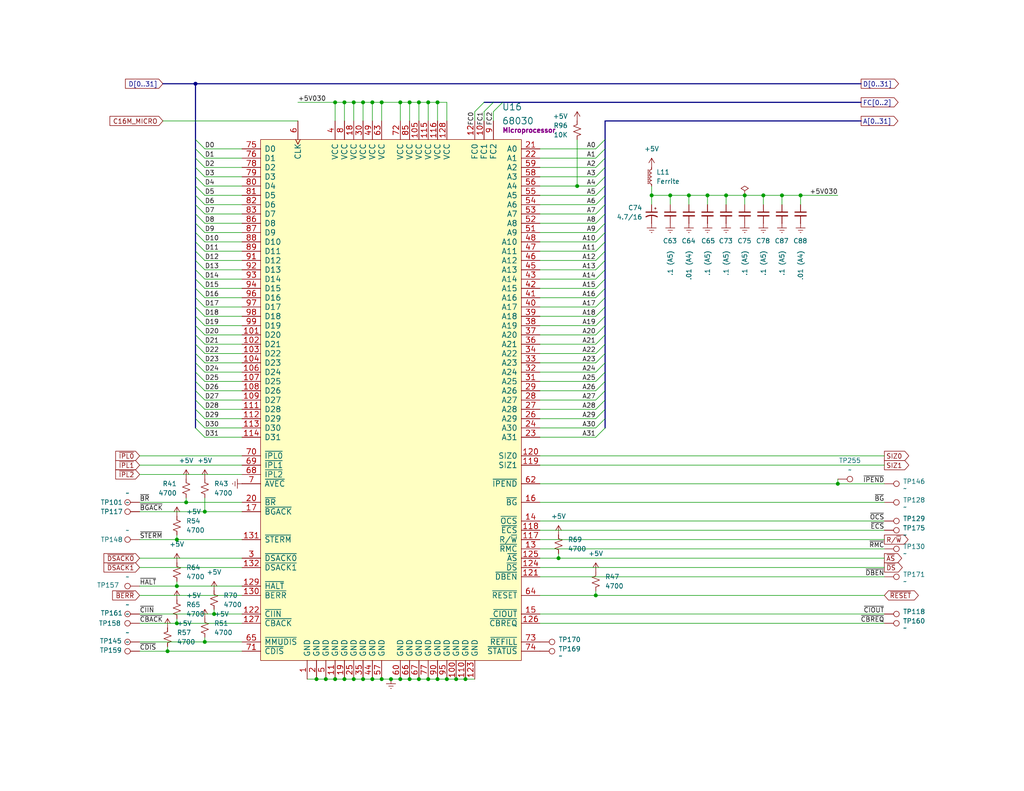
<source format=kicad_sch>
(kicad_sch (version 20250114) (generator "eeschema") (generator_version "9.0")
  (paper "USLetter")
  (title_block (title "Macintosh Classic II Revision B") (date "2025-06-04") (company "Apple Computer") (comment 1 "drawn by Bradley Bell"))
  (junction (at 48.26 147.32))
  (junction (at 93.98 27.94))
  (junction (at 88.9 185.42))
  (junction (at 111.76 185.42))
  (junction (at 86.36 185.42))
  (junction (at 48.26 160.02))
  (junction (at 104.14 27.94))
  (junction (at 228.6 132.08))
  (junction (at 96.52 27.94))
  (junction (at 119.38 27.94))
  (junction (at 55.88 175.26))
  (junction (at 99.06 185.42))
  (junction (at 208.28 53.34))
  (junction (at 111.76 27.94))
  (junction (at 124.46 185.42))
  (junction (at 121.92 185.42))
  (junction (at 182.88 53.34))
  (junction (at 114.3 185.42))
  (junction (at 45.72 177.8))
  (junction (at 162.56 162.56))
  (junction (at 157.48 50.8))
  (junction (at 91.44 27.94))
  (junction (at 101.6 185.42))
  (junction (at 58.42 167.64))
  (junction (at 193.04 53.34))
  (junction (at 96.52 185.42))
  (junction (at 109.22 185.42))
  (junction (at 106.68 185.42))
  (junction (at 104.14 185.42))
  (junction (at 101.6 27.94))
  (junction (at 99.06 27.94))
  (junction (at 213.36 53.34))
  (junction (at 152.4 152.4))
  (junction (at 218.44 53.34))
  (junction (at 55.88 139.7))
  (junction (at 93.98 185.42))
  (junction (at 119.38 185.42))
  (junction (at 48.26 170.18))
  (junction (at 53.34 22.86))
  (junction (at 109.22 27.94))
  (junction (at 203.2 53.34))
  (junction (at 91.44 185.42))
  (junction (at 114.3 27.94))
  (junction (at 50.8 137.16))
  (junction (at 127 185.42))
  (junction (at 198.12 53.34))
  (junction (at 187.96 53.34))
  (junction (at 116.84 27.94))
  (junction (at 116.84 185.42))
  (junction (at 177.8 53.34))
  (bus_entry (at 53.34 78.74) (size 2.54 2.54))
  (bus_entry (at 162.56 86.36) (size 2.54 -2.54))
  (bus_entry (at 53.34 116.84) (size 2.54 2.54))
  (bus_entry (at 53.34 63.5) (size 2.54 2.54))
  (bus_entry (at 53.34 109.22) (size 2.54 2.54))
  (bus_entry (at 162.56 71.12) (size 2.54 -2.54))
  (bus_entry (at 162.56 88.9) (size 2.54 -2.54))
  (bus_entry (at 162.56 91.44) (size 2.54 -2.54))
  (bus_entry (at 162.56 106.68) (size 2.54 -2.54))
  (bus_entry (at 53.34 91.44) (size 2.54 2.54))
  (bus_entry (at 162.56 99.06) (size 2.54 -2.54))
  (bus_entry (at 53.34 76.2) (size 2.54 2.54))
  (bus_entry (at 53.34 96.52) (size 2.54 2.54))
  (bus_entry (at 53.34 40.64) (size 2.54 2.54))
  (bus_entry (at 162.56 104.14) (size 2.54 -2.54))
  (bus_entry (at 53.34 111.76) (size 2.54 2.54))
  (bus_entry (at 53.34 101.6) (size 2.54 2.54))
  (bus_entry (at 162.56 101.6) (size 2.54 -2.54))
  (bus_entry (at 134.62 30.48) (size 2.54 -2.54))
  (bus_entry (at 162.56 63.5) (size 2.54 -2.54))
  (bus_entry (at 162.56 43.18) (size 2.54 -2.54))
  (bus_entry (at 162.56 40.64) (size 2.54 -2.54))
  (bus_entry (at 162.56 83.82) (size 2.54 -2.54))
  (bus_entry (at 53.34 53.34) (size 2.54 2.54))
  (bus_entry (at 162.56 76.2) (size 2.54 -2.54))
  (bus_entry (at 162.56 66.04) (size 2.54 -2.54))
  (bus_entry (at 162.56 93.98) (size 2.54 -2.54))
  (bus_entry (at 162.56 58.42) (size 2.54 -2.54))
  (bus_entry (at 53.34 81.28) (size 2.54 2.54))
  (bus_entry (at 162.56 55.88) (size 2.54 -2.54))
  (bus_entry (at 53.34 66.04) (size 2.54 2.54))
  (bus_entry (at 162.56 119.38) (size 2.54 -2.54))
  (bus_entry (at 53.34 43.18) (size 2.54 2.54))
  (bus_entry (at 53.34 60.96) (size 2.54 2.54))
  (bus_entry (at 53.34 48.26) (size 2.54 2.54))
  (bus_entry (at 53.34 58.42) (size 2.54 2.54))
  (bus_entry (at 53.34 88.9) (size 2.54 2.54))
  (bus_entry (at 53.34 86.36) (size 2.54 2.54))
  (bus_entry (at 162.56 111.76) (size 2.54 -2.54))
  (bus_entry (at 53.34 104.14) (size 2.54 2.54))
  (bus_entry (at 162.56 68.58) (size 2.54 -2.54))
  (bus_entry (at 53.34 93.98) (size 2.54 2.54))
  (bus_entry (at 162.56 45.72) (size 2.54 -2.54))
  (bus_entry (at 53.34 73.66) (size 2.54 2.54))
  (bus_entry (at 53.34 106.68) (size 2.54 2.54))
  (bus_entry (at 162.56 81.28) (size 2.54 -2.54))
  (bus_entry (at 53.34 68.58) (size 2.54 2.54))
  (bus_entry (at 132.08 30.48) (size 2.54 -2.54))
  (bus_entry (at 162.56 60.96) (size 2.54 -2.54))
  (bus_entry (at 53.34 45.72) (size 2.54 2.54))
  (bus_entry (at 162.56 96.52) (size 2.54 -2.54))
  (bus_entry (at 162.56 116.84) (size 2.54 -2.54))
  (bus_entry (at 53.34 99.06) (size 2.54 2.54))
  (bus_entry (at 162.56 114.3) (size 2.54 -2.54))
  (bus_entry (at 53.34 50.8) (size 2.54 2.54))
  (bus_entry (at 53.34 71.12) (size 2.54 2.54))
  (bus_entry (at 129.54 30.48) (size 2.54 -2.54))
  (bus_entry (at 162.56 48.26) (size 2.54 -2.54))
  (bus_entry (at 162.56 53.34) (size 2.54 -2.54))
  (bus_entry (at 53.34 38.1) (size 2.54 2.54))
  (bus_entry (at 53.34 83.82) (size 2.54 2.54))
  (bus_entry (at 53.34 114.3) (size 2.54 2.54))
  (bus_entry (at 162.56 50.8) (size 2.54 -2.54))
  (bus_entry (at 53.34 55.88) (size 2.54 2.54))
  (bus_entry (at 162.56 78.74) (size 2.54 -2.54))
  (bus_entry (at 162.56 109.22) (size 2.54 -2.54))
  (bus_entry (at 162.56 73.66) (size 2.54 -2.54))
  (wire (pts (xy 147.32 93.98) (xy 162.56 93.98)))
  (wire (pts (xy 241.3 167.64) (xy 147.32 167.64)))
  (bus (pts (xy 53.34 116.84) (xy 53.34 114.3)))
  (wire (pts (xy 48.26 168.91) (xy 48.26 170.18)))
  (wire (pts (xy 147.32 154.94) (xy 241.3 154.94)))
  (wire (pts (xy 162.56 161.29) (xy 162.56 162.56)))
  (wire (pts (xy 119.38 27.94) (xy 121.92 27.94)))
  (wire (pts (xy 147.32 71.12) (xy 162.56 71.12)))
  (wire (pts (xy 177.8 50.8) (xy 177.8 53.34)))
  (bus (pts (xy 53.34 88.9) (xy 53.34 86.36)))
  (bus (pts (xy 165.1 76.2) (xy 165.1 73.66)))
  (wire (pts (xy 203.2 53.34) (xy 208.28 53.34)))
  (bus (pts (xy 165.1 91.44) (xy 165.1 88.9)))
  (wire (pts (xy 111.76 185.42) (xy 114.3 185.42)))
  (bus (pts (xy 53.34 93.98) (xy 53.34 96.52)))
  (wire (pts (xy 109.22 185.42) (xy 111.76 185.42)))
  (wire (pts (xy 45.72 177.8) (xy 66.04 177.8)))
  (bus (pts (xy 53.34 96.52) (xy 53.34 99.06)))
  (wire (pts (xy 48.26 170.18) (xy 66.04 170.18)))
  (wire (pts (xy 38.1 160.02) (xy 48.26 160.02)))
  (wire (pts (xy 55.88 78.74) (xy 66.04 78.74)))
  (wire (pts (xy 38.1 147.32) (xy 48.26 147.32)))
  (wire (pts (xy 55.88 101.6) (xy 66.04 101.6)))
  (wire (pts (xy 157.48 38.1) (xy 157.48 50.8)))
  (wire (pts (xy 55.88 53.34) (xy 66.04 53.34)))
  (wire (pts (xy 162.56 162.56) (xy 241.3 162.56)))
  (wire (pts (xy 99.06 27.94) (xy 99.06 33.02)))
  (bus (pts (xy 165.1 109.22) (xy 165.1 106.68)))
  (bus (pts (xy 53.34 83.82) (xy 53.34 81.28)))
  (wire (pts (xy 55.88 175.26) (xy 66.04 175.26)))
  (wire (pts (xy 55.88 104.14) (xy 66.04 104.14)))
  (wire (pts (xy 198.12 55.88) (xy 198.12 53.34)))
  (wire (pts (xy 119.38 185.42) (xy 121.92 185.42)))
  (wire (pts (xy 241.3 149.86) (xy 147.32 149.86)))
  (wire (pts (xy 38.1 170.18) (xy 48.26 170.18)))
  (wire (pts (xy 241.3 144.78) (xy 147.32 144.78)))
  (bus (pts (xy 53.34 50.8) (xy 53.34 48.26)))
  (wire (pts (xy 55.88 40.64) (xy 66.04 40.64)))
  (wire (pts (xy 121.92 27.94) (xy 121.92 33.02)))
  (wire (pts (xy 129.54 33.02) (xy 129.54 30.48)))
  (wire (pts (xy 241.3 142.24) (xy 147.32 142.24)))
  (wire (pts (xy 55.88 114.3) (xy 66.04 114.3)))
  (bus (pts (xy 53.34 109.22) (xy 53.34 106.68)))
  (wire (pts (xy 127 185.42) (xy 129.54 185.42)))
  (wire (pts (xy 38.1 152.4) (xy 66.04 152.4)))
  (wire (pts (xy 104.14 185.42) (xy 106.68 185.42)))
  (wire (pts (xy 55.88 175.26) (xy 55.88 173.99)))
  (wire (pts (xy 147.32 114.3) (xy 162.56 114.3)))
  (wire (pts (xy 147.32 111.76) (xy 162.56 111.76)))
  (wire (pts (xy 147.32 78.74) (xy 162.56 78.74)))
  (bus (pts (xy 137.16 27.94) (xy 134.62 27.94)))
  (wire (pts (xy 58.42 167.64) (xy 66.04 167.64)))
  (wire (pts (xy 106.68 185.42) (xy 109.22 185.42)))
  (wire (pts (xy 177.8 53.34) (xy 182.88 53.34)))
  (wire (pts (xy 187.96 53.34) (xy 193.04 53.34)))
  (wire (pts (xy 55.88 116.84) (xy 66.04 116.84)))
  (bus (pts (xy 53.34 60.96) (xy 53.34 58.42)))
  (wire (pts (xy 96.52 185.42) (xy 99.06 185.42)))
  (bus (pts (xy 53.34 71.12) (xy 53.34 68.58)))
  (wire (pts (xy 38.1 139.7) (xy 55.88 139.7)))
  (wire (pts (xy 152.4 151.13) (xy 152.4 152.4)))
  (bus (pts (xy 165.1 60.96) (xy 165.1 58.42)))
  (bus (pts (xy 53.34 73.66) (xy 53.34 71.12)))
  (bus (pts (xy 53.34 55.88) (xy 53.34 53.34)))
  (wire (pts (xy 91.44 185.42) (xy 93.98 185.42)))
  (bus (pts (xy 165.1 116.84) (xy 165.1 114.3)))
  (bus (pts (xy 165.1 55.88) (xy 165.1 53.34)))
  (bus (pts (xy 165.1 99.06) (xy 165.1 96.52)))
  (wire (pts (xy 147.32 55.88) (xy 162.56 55.88)))
  (wire (pts (xy 147.32 63.5) (xy 162.56 63.5)))
  (bus (pts (xy 165.1 83.82) (xy 165.1 81.28)))
  (wire (pts (xy 55.88 139.7) (xy 66.04 139.7)))
  (wire (pts (xy 38.1 124.46) (xy 66.04 124.46)))
  (bus (pts (xy 165.1 33.02) (xy 165.1 38.1)))
  (wire (pts (xy 99.06 27.94) (xy 101.6 27.94)))
  (bus (pts (xy 165.1 71.12) (xy 165.1 68.58)))
  (bus (pts (xy 53.34 81.28) (xy 53.34 78.74)))
  (wire (pts (xy 55.88 55.88) (xy 66.04 55.88)))
  (wire (pts (xy 182.88 53.34) (xy 187.96 53.34)))
  (bus (pts (xy 53.34 76.2) (xy 53.34 73.66)))
  (wire (pts (xy 147.32 152.4) (xy 152.4 152.4)))
  (bus (pts (xy 165.1 78.74) (xy 165.1 76.2)))
  (bus (pts (xy 53.34 43.18) (xy 53.34 40.64)))
  (bus (pts (xy 165.1 68.58) (xy 165.1 66.04)))
  (wire (pts (xy 48.26 160.02) (xy 66.04 160.02)))
  (bus (pts (xy 53.34 48.26) (xy 53.34 45.72)))
  (wire (pts (xy 213.36 55.88) (xy 213.36 53.34)))
  (bus (pts (xy 165.1 48.26) (xy 165.1 45.72)))
  (wire (pts (xy 147.32 99.06) (xy 162.56 99.06)))
  (wire (pts (xy 198.12 53.34) (xy 203.2 53.34)))
  (bus (pts (xy 53.34 104.14) (xy 53.34 101.6)))
  (bus (pts (xy 53.34 22.86) (xy 53.34 38.1)))
  (bus (pts (xy 53.34 22.86) (xy 44.45 22.86)))
  (wire (pts (xy 147.32 76.2) (xy 162.56 76.2)))
  (wire (pts (xy 208.28 53.34) (xy 213.36 53.34)))
  (wire (pts (xy 55.88 68.58) (xy 66.04 68.58)))
  (wire (pts (xy 157.48 50.8) (xy 162.56 50.8)))
  (wire (pts (xy 193.04 53.34) (xy 198.12 53.34)))
  (wire (pts (xy 109.22 27.94) (xy 111.76 27.94)))
  (wire (pts (xy 93.98 27.94) (xy 96.52 27.94)))
  (wire (pts (xy 147.32 132.08) (xy 228.6 132.08)))
  (wire (pts (xy 38.1 127) (xy 66.04 127)))
  (wire (pts (xy 55.88 58.42) (xy 66.04 58.42)))
  (wire (pts (xy 147.32 86.36) (xy 162.56 86.36)))
  (bus (pts (xy 165.1 50.8) (xy 165.1 48.26)))
  (wire (pts (xy 147.32 45.72) (xy 162.56 45.72)))
  (wire (pts (xy 55.88 106.68) (xy 66.04 106.68)))
  (wire (pts (xy 147.32 106.68) (xy 162.56 106.68)))
  (wire (pts (xy 124.46 185.42) (xy 127 185.42)))
  (wire (pts (xy 114.3 185.42) (xy 116.84 185.42)))
  (wire (pts (xy 38.1 175.26) (xy 55.88 175.26)))
  (wire (pts (xy 55.88 66.04) (xy 66.04 66.04)))
  (wire (pts (xy 48.26 146.05) (xy 48.26 147.32)))
  (bus (pts (xy 53.34 40.64) (xy 53.34 38.1)))
  (wire (pts (xy 147.32 50.8) (xy 157.48 50.8)))
  (wire (pts (xy 99.06 185.42) (xy 101.6 185.42)))
  (wire (pts (xy 147.32 88.9) (xy 162.56 88.9)))
  (wire (pts (xy 208.28 55.88) (xy 208.28 53.34)))
  (wire (pts (xy 83.82 185.42) (xy 86.36 185.42)))
  (wire (pts (xy 177.8 55.88) (xy 177.8 53.34)))
  (bus (pts (xy 53.34 78.74) (xy 53.34 76.2)))
  (wire (pts (xy 241.3 127) (xy 147.32 127)))
  (bus (pts (xy 165.1 63.5) (xy 165.1 60.96)))
  (wire (pts (xy 193.04 55.88) (xy 193.04 53.34)))
  (wire (pts (xy 55.88 43.18) (xy 66.04 43.18)))
  (wire (pts (xy 147.32 101.6) (xy 162.56 101.6)))
  (bus (pts (xy 165.1 106.68) (xy 165.1 104.14)))
  (wire (pts (xy 91.44 27.94) (xy 91.44 33.02)))
  (wire (pts (xy 147.32 73.66) (xy 162.56 73.66)))
  (wire (pts (xy 119.38 27.94) (xy 119.38 33.02)))
  (wire (pts (xy 96.52 27.94) (xy 96.52 33.02)))
  (bus (pts (xy 165.1 96.52) (xy 165.1 93.98)))
  (wire (pts (xy 48.26 158.75) (xy 48.26 160.02)))
  (bus (pts (xy 234.95 33.02) (xy 165.1 33.02)))
  (wire (pts (xy 228.6 132.08) (xy 241.3 132.08)))
  (wire (pts (xy 114.3 27.94) (xy 116.84 27.94)))
  (wire (pts (xy 116.84 27.94) (xy 119.38 27.94)))
  (wire (pts (xy 147.32 53.34) (xy 162.56 53.34)))
  (wire (pts (xy 55.88 71.12) (xy 66.04 71.12)))
  (bus (pts (xy 132.08 27.94) (xy 134.62 27.94)))
  (bus (pts (xy 165.1 114.3) (xy 165.1 111.76)))
  (wire (pts (xy 93.98 27.94) (xy 93.98 33.02)))
  (bus (pts (xy 53.34 63.5) (xy 53.34 60.96)))
  (bus (pts (xy 165.1 73.66) (xy 165.1 71.12)))
  (wire (pts (xy 147.32 40.64) (xy 162.56 40.64)))
  (wire (pts (xy 187.96 55.88) (xy 187.96 53.34)))
  (bus (pts (xy 165.1 101.6) (xy 165.1 99.06)))
  (wire (pts (xy 147.32 109.22) (xy 162.56 109.22)))
  (wire (pts (xy 147.32 91.44) (xy 162.56 91.44)))
  (wire (pts (xy 101.6 27.94) (xy 101.6 33.02)))
  (wire (pts (xy 111.76 27.94) (xy 111.76 33.02)))
  (wire (pts (xy 147.32 43.18) (xy 162.56 43.18)))
  (bus (pts (xy 53.34 111.76) (xy 53.34 109.22)))
  (bus (pts (xy 165.1 40.64) (xy 165.1 38.1)))
  (wire (pts (xy 38.1 154.94) (xy 66.04 154.94)))
  (wire (pts (xy 121.92 185.42) (xy 124.46 185.42)))
  (wire (pts (xy 147.32 83.82) (xy 162.56 83.82)))
  (bus (pts (xy 53.34 91.44) (xy 53.34 88.9)))
  (wire (pts (xy 152.4 152.4) (xy 241.3 152.4)))
  (wire (pts (xy 88.9 185.42) (xy 91.44 185.42)))
  (wire (pts (xy 55.88 88.9) (xy 66.04 88.9)))
  (bus (pts (xy 53.34 93.98) (xy 53.34 91.44)))
  (wire (pts (xy 147.32 81.28) (xy 162.56 81.28)))
  (wire (pts (xy 147.32 162.56) (xy 162.56 162.56)))
  (wire (pts (xy 96.52 27.94) (xy 99.06 27.94)))
  (bus (pts (xy 234.95 27.94) (xy 137.16 27.94)))
  (bus (pts (xy 53.34 101.6) (xy 53.34 99.06)))
  (wire (pts (xy 55.88 60.96) (xy 66.04 60.96)))
  (wire (pts (xy 55.88 83.82) (xy 66.04 83.82)))
  (wire (pts (xy 55.88 45.72) (xy 66.04 45.72)))
  (wire (pts (xy 101.6 27.94) (xy 104.14 27.94)))
  (wire (pts (xy 147.32 58.42) (xy 162.56 58.42)))
  (wire (pts (xy 134.62 33.02) (xy 134.62 30.48)))
  (wire (pts (xy 93.98 185.42) (xy 96.52 185.42)))
  (bus (pts (xy 53.34 53.34) (xy 53.34 50.8)))
  (bus (pts (xy 53.34 86.36) (xy 53.34 83.82)))
  (wire (pts (xy 182.88 55.88) (xy 182.88 53.34)))
  (wire (pts (xy 38.1 167.64) (xy 58.42 167.64)))
  (wire (pts (xy 147.32 147.32) (xy 241.3 147.32)))
  (wire (pts (xy 132.08 33.02) (xy 132.08 30.48)))
  (wire (pts (xy 38.1 162.56) (xy 66.04 162.56)))
  (wire (pts (xy 55.88 73.66) (xy 66.04 73.66)))
  (wire (pts (xy 55.88 111.76) (xy 66.04 111.76)))
  (bus (pts (xy 53.34 114.3) (xy 53.34 111.76)))
  (bus (pts (xy 165.1 86.36) (xy 165.1 83.82)))
  (wire (pts (xy 58.42 166.37) (xy 58.42 167.64)))
  (bus (pts (xy 165.1 53.34) (xy 165.1 50.8)))
  (wire (pts (xy 38.1 177.8) (xy 45.72 177.8)))
  (bus (pts (xy 165.1 104.14) (xy 165.1 101.6)))
  (bus (pts (xy 53.34 22.86) (xy 234.95 22.86)))
  (bus (pts (xy 165.1 66.04) (xy 165.1 63.5)))
  (wire (pts (xy 147.32 96.52) (xy 162.56 96.52)))
  (wire (pts (xy 55.88 48.26) (xy 66.04 48.26)))
  (wire (pts (xy 203.2 55.88) (xy 203.2 53.34)))
  (wire (pts (xy 48.26 147.32) (xy 66.04 147.32)))
  (wire (pts (xy 147.32 116.84) (xy 162.56 116.84)))
  (wire (pts (xy 147.32 48.26) (xy 162.56 48.26)))
  (bus (pts (xy 165.1 111.76) (xy 165.1 109.22)))
  (bus (pts (xy 53.34 58.42) (xy 53.34 55.88)))
  (wire (pts (xy 45.72 176.53) (xy 45.72 177.8)))
  (wire (pts (xy 147.32 104.14) (xy 162.56 104.14)))
  (wire (pts (xy 101.6 185.42) (xy 104.14 185.42)))
  (wire (pts (xy 55.88 86.36) (xy 66.04 86.36)))
  (bus (pts (xy 53.34 68.58) (xy 53.34 66.04)))
  (wire (pts (xy 228.6 53.34) (xy 218.44 53.34)))
  (wire (pts (xy 50.8 135.89) (xy 50.8 137.16)))
  (wire (pts (xy 241.3 124.46) (xy 147.32 124.46)))
  (bus (pts (xy 165.1 93.98) (xy 165.1 91.44)))
  (wire (pts (xy 116.84 27.94) (xy 116.84 33.02)))
  (wire (pts (xy 55.88 76.2) (xy 66.04 76.2)))
  (wire (pts (xy 55.88 91.44) (xy 66.04 91.44)))
  (wire (pts (xy 55.88 81.28) (xy 66.04 81.28)))
  (wire (pts (xy 114.3 27.94) (xy 114.3 33.02)))
  (wire (pts (xy 44.45 33.02) (xy 81.28 33.02)))
  (wire (pts (xy 38.1 129.54) (xy 66.04 129.54)))
  (wire (pts (xy 91.44 27.94) (xy 93.98 27.94)))
  (wire (pts (xy 228.6 132.08) (xy 228.6 130.81)))
  (wire (pts (xy 147.32 66.04) (xy 162.56 66.04)))
  (bus (pts (xy 165.1 58.42) (xy 165.1 55.88)))
  (wire (pts (xy 111.76 27.94) (xy 114.3 27.94)))
  (bus (pts (xy 53.34 66.04) (xy 53.34 63.5)))
  (wire (pts (xy 147.32 68.58) (xy 162.56 68.58)))
  (wire (pts (xy 38.1 137.16) (xy 50.8 137.16)))
  (bus (pts (xy 53.34 106.68) (xy 53.34 104.14)))
  (wire (pts (xy 104.14 27.94) (xy 109.22 27.94)))
  (wire (pts (xy 147.32 137.16) (xy 241.3 137.16)))
  (wire (pts (xy 50.8 137.16) (xy 66.04 137.16)))
  (wire (pts (xy 147.32 157.48) (xy 241.3 157.48)))
  (wire (pts (xy 147.32 119.38) (xy 162.56 119.38)))
  (wire (pts (xy 55.88 119.38) (xy 66.04 119.38)))
  (wire (pts (xy 218.44 53.34) (xy 213.36 53.34)))
  (bus (pts (xy 165.1 88.9) (xy 165.1 86.36)))
  (bus (pts (xy 165.1 81.28) (xy 165.1 78.74)))
  (wire (pts (xy 218.44 55.88) (xy 218.44 53.34)))
  (bus (pts (xy 165.1 43.18) (xy 165.1 40.64)))
  (wire (pts (xy 55.88 135.89) (xy 55.88 139.7)))
  (wire (pts (xy 104.14 27.94) (xy 104.14 33.02)))
  (wire (pts (xy 55.88 96.52) (xy 66.04 96.52)))
  (bus (pts (xy 53.34 45.72) (xy 53.34 43.18)))
  (wire (pts (xy 147.32 60.96) (xy 162.56 60.96)))
  (wire (pts (xy 109.22 27.94) (xy 109.22 33.02)))
  (wire (pts (xy 55.88 109.22) (xy 66.04 109.22)))
  (wire (pts (xy 55.88 63.5) (xy 66.04 63.5)))
  (wire (pts (xy 55.88 93.98) (xy 66.04 93.98)))
  (wire (pts (xy 55.88 50.8) (xy 66.04 50.8)))
  (bus (pts (xy 165.1 45.72) (xy 165.1 43.18)))
  (wire (pts (xy 86.36 185.42) (xy 88.9 185.42)))
  (wire (pts (xy 81.28 27.94) (xy 91.44 27.94)))
  (wire (pts (xy 55.88 99.06) (xy 66.04 99.06)))
  (wire (pts (xy 147.32 170.18) (xy 241.3 170.18)))
  (wire (pts (xy 116.84 185.42) (xy 119.38 185.42)))
  (label "D1" (at 55.88 43.18 0))
  (label "A3" (at 162.56 48.26 180))
  (label "D7" (at 55.88 58.42 0))
  (label "A8" (at 162.56 60.96 180))
  (label "D13" (at 55.88 73.66 0))
  (label "D4" (at 55.88 50.8 0))
  (label "A9" (at 162.56 63.5 180))
  (label "D17" (at 55.88 83.82 0))
  (label "+5V030" (at 81.28 27.94 0))
  (label "A20" (at 162.56 91.44 180))
  (label "D28" (at 55.88 111.76 0))
  (label "A31" (at 162.56 119.38 180))
  (label "A12" (at 162.56 71.12 180))
  (label "D0" (at 55.88 40.64 0))
  (label "~{OCS}" (at 241.3 142.24 180))
  (label "A30" (at 162.56 116.84 180))
  (label "D22" (at 55.88 96.52 0))
  (label "~{DBEN}" (at 241.3 157.48 180))
  (label "A22" (at 162.56 96.52 180))
  (label "D15" (at 55.88 78.74 0))
  (label "~{CIOUT}" (at 241.3 167.64 180))
  (label "A1" (at 162.56 43.18 180))
  (label "A26" (at 162.56 106.68 180))
  (label "A28" (at 162.56 111.76 180))
  (label "D27" (at 55.88 109.22 0))
  (label "A27" (at 162.56 109.22 180))
  (label "A23" (at 162.56 99.06 180))
  (label "D20" (at 55.88 91.44 0))
  (label "A18" (at 162.56 86.36 180))
  (label "D24" (at 55.88 101.6 0))
  (label "+5V030" (at 228.6 53.34 180))
  (label "D19" (at 55.88 88.9 0))
  (label "A16" (at 162.56 81.28 180))
  (label "D21" (at 55.88 93.98 0))
  (label "A21" (at 162.56 93.98 180))
  (label "~{STERM}" (at 38.1 147.32 0))
  (label "D8" (at 55.88 60.96 0))
  (label "~{IPEND}" (at 241.3 132.08 180))
  (label "A25" (at 162.56 104.14 180))
  (label "A19" (at 162.56 88.9 180))
  (label "D12" (at 55.88 71.12 0))
  (label "D10" (at 55.88 66.04 0))
  (label "D23" (at 55.88 99.06 0))
  (label "A17" (at 162.56 83.82 180))
  (label "A14" (at 162.56 76.2 180))
  (label "A0" (at 162.56 40.64 180))
  (label "D31" (at 55.88 119.38 0))
  (label "A11" (at 162.56 68.58 180))
  (label "D30" (at 55.88 116.84 0))
  (label "A4" (at 162.56 50.8 180))
  (label "~{HALT}" (at 38.1 160.02 0))
  (label "A7" (at 162.56 58.42 180))
  (label "D18" (at 55.88 86.36 0))
  (label "FC0" (at 129.54 30.48 270))
  (label "D5" (at 55.88 53.34 0))
  (label "~{RMC}" (at 241.3 149.86 180))
  (label "~{ECS}" (at 241.3 144.78 180))
  (label "D16" (at 55.88 81.28 0))
  (label "~{CBACK}" (at 38.1 170.18 0))
  (label "~{BR}" (at 38.1 137.16 0))
  (label "A6" (at 162.56 55.88 180))
  (label "D11" (at 55.88 68.58 0))
  (label "A13" (at 162.56 73.66 180))
  (label "D6" (at 55.88 55.88 0))
  (label "D25" (at 55.88 104.14 0))
  (label "~{CIIN}" (at 38.1 167.64 0))
  (label "~{BG}" (at 241.3 137.16 180))
  (label "A24" (at 162.56 101.6 180))
  (label "D14" (at 55.88 76.2 0))
  (label "D9" (at 55.88 63.5 0))
  (label "FC2" (at 134.62 30.48 270))
  (label "A29" (at 162.56 114.3 180))
  (label "~{CBREQ}" (at 241.3 170.18 180))
  (label "A15" (at 162.56 78.74 180))
  (label "~{BGACK}" (at 38.1 139.7 0))
  (label "A10" (at 162.56 66.04 180))
  (label "D2" (at 55.88 45.72 0))
  (label "D26" (at 55.88 106.68 0))
  (label "FC1" (at 132.08 30.48 270))
  (label "~{CDIS}" (at 38.1 177.8 0))
  (label "A5" (at 162.56 53.34 180))
  (label "D29" (at 55.88 114.3 0))
  (label "A2" (at 162.56 45.72 180))
  (label "D3" (at 55.88 48.26 0))
  (global_label "C16M_MICRO" (shape input) (at 44.45 33.02 180) (property "Intersheetrefs" "${INTERSHEET_REFS}" (at 29.4301 33.02 0) (effects (justify right))))
  (global_label "D[0..31]" (shape output) (at 234.95 22.86 0) (property "Intersheetrefs" "${INTERSHEET_REFS}" (at 245.7367 22.86 0) (effects (justify left))))
  (global_label "A[0..31]" (shape output) (at 234.95 33.02 0) (property "Intersheetrefs" "${INTERSHEET_REFS}" (at 245.5553 33.02 0) (effects (justify left))))
  (global_label "FC[0..2]" (shape output) (at 234.95 27.94 0) (property "Intersheetrefs" "${INTERSHEET_REFS}" (at 245.6158 27.94 0) (effects (justify left))))
  (global_label "D[0..31]" (shape input) (at 44.45 22.86 180) (property "Intersheetrefs" "${INTERSHEET_REFS}" (at 33.6633 22.86 0) (effects (justify right))))
  (global_label "~{BERR}" (shape input) (at 38.1 162.56 180) (property "Intersheetrefs" "${INTERSHEET_REFS}" (at 30.1558 162.56 0) (effects (justify right))))
  (global_label "~{DS}" (shape output) (at 241.3 154.94 0) (property "Intersheetrefs" "${INTERSHEET_REFS}" (at 246.7647 154.94 0) (effects (justify left))))
  (global_label "~{IPL1}" (shape input) (at 38.1 127 180) (property "Intersheetrefs" "${INTERSHEET_REFS}" (at 31.0024 127 0) (effects (justify right))))
  (global_label "~{DSACK1}" (shape input) (at 38.1 154.94 180) (property "Intersheetrefs" "${INTERSHEET_REFS}" (at 27.7972 154.94 0) (effects (justify right))))
  (global_label "SIZ0" (shape output) (at 241.3 124.46 0) (property "Intersheetrefs" "${INTERSHEET_REFS}" (at 248.5185 124.46 0) (effects (justify left))))
  (global_label "~{DSACK0}" (shape input) (at 38.1 152.4 180) (property "Intersheetrefs" "${INTERSHEET_REFS}" (at 27.7972 152.4 0) (effects (justify right))))
  (global_label "~{AS}" (shape output) (at 241.3 152.4 0) (property "Intersheetrefs" "${INTERSHEET_REFS}" (at 246.5833 152.4 0) (effects (justify left))))
  (global_label "~{RESET}" (shape bidirectional) (at 241.3 162.56 0) (property "Intersheetrefs" "${INTERSHEET_REFS}" (at 251.1416 162.56 0) (effects (justify left))))
  (global_label "~{IPL0}" (shape input) (at 38.1 124.46 180) (property "Intersheetrefs" "${INTERSHEET_REFS}" (at 31.0024 124.46 0) (effects (justify right))))
  (global_label "~{IPL2}" (shape input) (at 38.1 129.54 180) (property "Intersheetrefs" "${INTERSHEET_REFS}" (at 31.0024 129.54 0) (effects (justify right))))
  (global_label "SIZ1" (shape output) (at 241.3 127 0) (property "Intersheetrefs" "${INTERSHEET_REFS}" (at 248.5185 127 0) (effects (justify left))))
  (global_label "R{slash}~{W}" (shape output) (at 241.3 147.32 0) (property "Intersheetrefs" "${INTERSHEET_REFS}" (at 248.3371 147.32 0) (effects (justify left))))
  (symbol (lib_id "power:+5V") (at 177.8 45.72 0) (unit 1)
    (property "Reference" "#PWR0240" (effects (hide yes)))
    (property "Value" "+5V" (at 177.8 40.64 0))
    (property "Description" "Power symbol creates a global label with name \"+5V\"" (effects (hide yes)))
  )
  (symbol (lib_id "power:+5V") (at 157.48 33.02 0) (mirror y) (unit 1)
    (property "Reference" "#PWR0229" (effects (hide yes)))
    (property "Value" "+5V" (at 154.94 31.7499 0) (effects (justify left)))
    (property "Description" "Power symbol creates a global label with name \"+5V\"" (effects (hide yes)))
  )
  (symbol (lib_id "Device:C_Small") (at 208.28 58.42 0) (unit 1)
    (property "Reference" "C78" (at 206.248 65.786 0) (effects (justify left)))
    (property "Value" ".1 (A5)" (at 208.28 68.326 90) (effects (justify right)))
    (property "Footprint" "MyPackage:SMD_0603_1608Metric_Pad1.52x1.02mm" (effects (hide yes)))
    (property "Description" "Unpolarized capacitor, small symbol" (effects (hide yes)))
  )
  (symbol (lib_id "Connector:TestPoint") (at 241.3 167.64 270) (unit 1)
    (property "Reference" "TP118" (at 246.38 167.0049 90) (effects (justify left)))
    (property "Value" "~" (at 246.38 168.91 90) (effects (justify left)))
    (property "Footprint" "MyPackage:TestPoint_THTPad_D1.0mm_Drill0.5mm" (effects (hide yes)))
    (property "Description" "test point" (effects (hide yes)))
  )
  (symbol (lib_id "Connector:TestPoint") (at 241.3 157.48 270) (unit 1)
    (property "Reference" "TP171" (at 246.38 156.8449 90) (effects (justify left)))
    (property "Value" "~" (at 246.38 158.75 90) (effects (justify left)))
    (property "Footprint" "MyPackage:TestPoint_THTPad_D1.0mm_Drill0.5mm" (effects (hide yes)))
    (property "Description" "test point" (effects (hide yes)))
  )
  (symbol (lib_id "power:+5V") (at 48.26 163.83 0) (mirror y) (unit 1)
    (property "Reference" "#PWR038" (effects (hide yes)))
    (property "Value" "+5V" (at 50.8 162.5599 0) (effects (justify right)))
    (property "Description" "Power symbol creates a global label with name \"+5V\"" (effects (hide yes)))
  )
  (symbol (lib_id "power:GNDREF") (at 213.36 60.96 0) (unit 1)
    (property "Reference" "#PWR0284" (effects (hide yes)))
    (property "Value" "GND" (effects (hide yes)))
    (property "Description" "Power symbol creates a global label with name \"GNDREF\" , reference supply ground" (effects (hide yes)))
  )
  (symbol (lib_id "Connector:TestPoint") (at 241.3 144.78 270) (unit 1)
    (property "Reference" "TP175" (at 246.38 144.1449 90) (effects (justify left)))
    (property "Value" "~" (at 246.38 146.05 90) (effects (justify left)))
    (property "Footprint" "MyPackage:TestPoint_Pad_D1.0mm" (effects (hide yes)))
    (property "Description" "test point" (effects (hide yes)))
  )
  (symbol (lib_id "power:+5V") (at 152.4 146.05 0) (unit 1)
    (property "Reference" "#PWR081" (effects (hide yes)))
    (property "Value" "+5V" (at 152.4 140.97 0))
    (property "Description" "Power symbol creates a global label with name \"+5V\"" (effects (hide yes)))
  )
  (symbol (lib_id "Device:R_Small_US") (at 58.42 163.83 0) (unit 1)
    (property "Reference" "R70" (at 60.96 162.5599 0) (effects (justify left)))
    (property "Value" "4700" (at 60.96 165.0999 0) (effects (justify left)))
    (property "Footprint" "MyPackage:SMD_0805_2012Metric_Pad1.25x1.65mm" (effects (hide yes)))
    (property "Description" "Resistor, small US symbol" (effects (hide yes)))
  )
  (symbol (lib_id "Device:R_Small_US") (at 48.26 156.21 0) (unit 1)
    (property "Reference" "R64" (at 50.8 154.9399 0) (effects (justify left)))
    (property "Value" "4700" (at 50.8 157.4799 0) (effects (justify left)))
    (property "Footprint" "MyPackage:SMD_0805_2012Metric_Pad1.25x1.65mm" (effects (hide yes)))
    (property "Description" "Resistor, small US symbol" (effects (hide yes)))
  )
  (symbol (lib_id "power:GNDREF") (at 208.28 60.96 0) (unit 1)
    (property "Reference" "#PWR0269" (effects (hide yes)))
    (property "Value" "GND" (effects (hide yes)))
    (property "Description" "Power symbol creates a global label with name \"GNDREF\" , reference supply ground" (effects (hide yes)))
  )
  (symbol (lib_id "Device:C_Small") (at 203.2 58.42 0) (unit 1)
    (property "Reference" "C75" (at 201.168 65.786 0) (effects (justify left)))
    (property "Value" ".1 (A5)" (at 203.2 68.326 90) (effects (justify right)))
    (property "Footprint" "MyPackage:SMD_0603_1608Metric_Pad1.52x1.02mm" (effects (hide yes)))
    (property "Description" "Unpolarized capacitor, small symbol" (effects (hide yes)))
  )
  (symbol (lib_id "power:GNDREF") (at 106.68 185.42 0) (unit 1)
    (property "Reference" "#PWR030" (effects (hide yes)))
    (property "Value" "GND" (effects (hide yes)))
    (property "Description" "Power symbol creates a global label with name \"GNDREF\" , reference supply ground" (effects (hide yes)))
  )
  (symbol (lib_id "Device:R_Small_US") (at 157.48 35.56 0) (mirror x) (unit 1)
    (property "Reference" "R96" (at 154.94 34.2899 0) (effects (justify right)))
    (property "Value" "10K" (at 154.94 36.8299 0) (effects (justify right)))
    (property "Footprint" "MyPackage:SMD_0805_2012Metric_Pad1.25x1.65mm" (effects (hide yes)))
    (property "Description" "Resistor, small US symbol" (effects (hide yes)))
  )
  (symbol (lib_id "Connector:TestPoint") (at 241.3 132.08 270) (mirror x) (unit 1)
    (property "Reference" "TP146" (at 246.38 131.4449 90) (effects (justify left)))
    (property "Value" "~" (at 246.38 133.35 90) (effects (justify left)))
    (property "Footprint" "MyPackage:TestPoint_THTPad_D1.0mm_Drill0.5mm" (effects (hide yes)))
    (property "Description" "test point" (effects (hide yes)))
  )
  (symbol (lib_id "Connector:TestPoint") (at 38.1 175.26 90) (mirror x) (unit 1)
    (property "Reference" "TP145" (at 30.226 175.006 90))
    (property "Value" "~" (at 34.798 172.72 90))
    (property "Footprint" "MyPackage:TestPoint_THTPad_D1.0mm_Drill0.5mm" (effects (hide yes)))
    (property "Description" "test point" (effects (hide yes)))
  )
  (symbol (lib_id "Connector:TestPoint") (at 147.32 177.8 270) (unit 1)
    (property "Reference" "TP169" (at 152.4 177.1649 90) (effects (justify left)))
    (property "Value" "~" (at 152.4 179.07 90) (effects (justify left)))
    (property "Footprint" "MyPackage:TestPoint_THTPad_D1.0mm_Drill0.5mm" (effects (hide yes)))
    (property "Description" "test point" (effects (hide yes)))
  )
  (symbol (lib_id "Connector:TestPoint") (at 241.3 149.86 270) (mirror x) (unit 1)
    (property "Reference" "TP130" (at 246.38 149.2249 90) (effects (justify left)))
    (property "Value" "~" (at 246.38 151.13 90) (effects (justify left)))
    (property "Footprint" "MyPackage:TestPoint_THTPad_D1.0mm_Drill0.5mm" (effects (hide yes)))
    (property "Description" "test point" (effects (hide yes)))
  )
  (symbol (lib_name "MC68030FE_1") (lib_id "MyCPU:MC68030FE") (at 106.68 106.68 0) (unit 1)
    (property "Reference" "U16" (at 136.9379 29.21 0) (effects (font (size 1.778 1.778)) (justify left)))
    (property "Value" "68030" (at 136.9379 33.02 0) (effects (font (size 1.778 1.778)) (justify left)))
    (property "Footprint" "MyPackage:PQFP-132_24x24mm_P0.635mm_alt" (effects (hide yes)))
    (property "Datasheet" "https://www.nxp.com/docs/en/reference-manual/MC68030UM.pdf" (effects (hide yes)))
    (property "Description" "Microprocessor" (at 136.9379 35.56 0) (effects (font (thickness 0.254) (bold yes)) (justify left)))
  )
  (symbol (lib_id "Connector:TestPoint") (at 38.1 160.02 90) (mirror x) (unit 1)
    (property "Reference" "TP157" (at 29.464 159.766 90))
    (property "Value" "~" (at 34.798 157.48 90))
    (property "Footprint" "MyPackage:TestPoint_Pad_D1.0mm" (effects (hide yes)))
    (property "Description" "test point" (effects (hide yes)))
  )
  (symbol (lib_id "Connector:TestPoint") (at 241.3 137.16 270) (mirror x) (unit 1)
    (property "Reference" "TP128" (at 246.38 136.5249 90) (effects (justify left)))
    (property "Value" "~" (at 246.38 138.43 90) (effects (justify left)))
    (property "Footprint" "MyPackage:TestPoint_THTPad_D1.0mm_Drill0.5mm" (effects (hide yes)))
    (property "Description" "test point" (effects (hide yes)))
  )
  (symbol (lib_id "power:+5V") (at 55.88 168.91 0) (mirror y) (unit 1)
    (property "Reference" "#PWR031" (effects (hide yes)))
    (property "Value" "+5V" (at 58.42 167.6399 0) (effects (justify right)))
    (property "Description" "Power symbol creates a global label with name \"+5V\"" (effects (hide yes)))
  )
  (symbol (lib_id "Connector:TestPoint") (at 38.1 139.7 90) (unit 1)
    (property "Reference" "TP117" (at 30.48 139.7 90))
    (property "Value" "~" (at 34.798 137.16 90))
    (property "Footprint" "MyPackage:TestPoint_THTPad_D1.0mm_Drill0.5mm" (effects (hide yes)))
    (property "Description" "test point" (effects (hide yes)))
  )
  (symbol (lib_id "power:GNDREF") (at 182.88 60.96 0) (unit 1)
    (property "Reference" "#PWR055" (effects (hide yes)))
    (property "Value" "GND" (effects (hide yes)))
    (property "Description" "Power symbol creates a global label with name \"GNDREF\" , reference supply ground" (effects (hide yes)))
  )
  (symbol (lib_id "Connector:TestPoint") (at 38.1 167.64 90) (mirror x) (unit 1)
    (property "Reference" "TP161" (at 30.48 167.386 90))
    (property "Value" "~" (at 34.798 165.1 90))
    (property "Footprint" "MyPackage:TestPoint_Pad_D1.0mm" (effects (hide yes)))
    (property "Description" "test point" (effects (hide yes)))
  )
  (symbol (lib_id "power:+5V") (at 48.26 153.67 0) (mirror y) (unit 1)
    (property "Reference" "#PWR036" (effects (hide yes)))
    (property "Value" "+5V" (at 48.26 148.59 0))
    (property "Description" "Power symbol creates a global label with name \"+5V\"" (effects (hide yes)))
  )
  (symbol (lib_id "Device:R_Small_US") (at 48.26 143.51 0) (unit 1)
    (property "Reference" "R54" (at 50.8 142.2399 0) (effects (justify left)))
    (property "Value" "4700" (at 50.8 144.7799 0) (effects (justify left)))
    (property "Footprint" "MyPackage:SMD_0805_2012Metric_Pad1.25x1.65mm" (effects (hide yes)))
    (property "Description" "Resistor, small US symbol" (effects (hide yes)))
  )
  (symbol (lib_id "Device:C_Small") (at 198.12 58.42 0) (unit 1)
    (property "Reference" "C73" (at 196.088 65.786 0) (effects (justify left)))
    (property "Value" ".1 (A5)" (at 198.12 68.326 90) (effects (justify right)))
    (property "Footprint" "MyPackage:SMD_0603_1608Metric_Pad1.52x1.02mm" (effects (hide yes)))
    (property "Description" "Unpolarized capacitor, small symbol" (effects (hide yes)))
  )
  (symbol (lib_id "Connector:TestPoint") (at 38.1 177.8 90) (mirror x) (unit 1)
    (property "Reference" "TP159" (at 30.226 177.546 90))
    (property "Value" "~" (at 34.798 175.26 90))
    (property "Footprint" "MyPackage:TestPoint_THTPad_D1.0mm_Drill0.5mm" (effects (hide yes)))
    (property "Description" "test point" (effects (hide yes)))
  )
  (symbol (lib_id "power:PWR_FLAG") (at 203.2 53.34 0) (unit 1)
    (property "Reference" "#FLG012" (effects (hide yes)))
    (property "Value" "PWR_FLAG" (effects (hide yes)))
    (property "Description" "Special symbol for telling ERC where power comes from" (effects (hide yes)))
  )
  (symbol (lib_id "Device:R_Small_US") (at 50.8 133.35 0) (unit 1)
    (property "Reference" "R41" (at 48.26 132.0799 0) (effects (justify right)))
    (property "Value" "4700" (at 48.26 134.6199 0) (effects (justify right)))
    (property "Footprint" "MyPackage:SMD_0805_2012Metric_Pad1.25x1.65mm" (effects (hide yes)))
    (property "Description" "Resistor, small US symbol" (effects (hide yes)))
  )
  (symbol (lib_id "power:GNDREF") (at 193.04 60.96 0) (unit 1)
    (property "Reference" "#PWR018" (effects (hide yes)))
    (property "Value" "GND" (effects (hide yes)))
    (property "Description" "Power symbol creates a global label with name \"GNDREF\" , reference supply ground" (effects (hide yes)))
  )
  (symbol (lib_id "power:GNDREF") (at 177.8 60.96 0) (unit 1)
    (property "Reference" "#PWR056" (effects (hide yes)))
    (property "Value" "GND" (effects (hide yes)))
    (property "Description" "Power symbol creates a global label with name \"GNDREF\" , reference supply ground" (effects (hide yes)))
  )
  (symbol (lib_id "power:GNDREF") (at 187.96 60.96 0) (unit 1)
    (property "Reference" "#PWR0113" (effects (hide yes)))
    (property "Value" "GND" (effects (hide yes)))
    (property "Description" "Power symbol creates a global label with name \"GNDREF\" , reference supply ground" (effects (hide yes)))
  )
  (symbol (lib_id "Connector:TestPoint") (at 147.32 175.26 270) (unit 1)
    (property "Reference" "TP170" (at 152.4 174.6249 90) (effects (justify left)))
    (property "Value" "~" (at 152.4 176.53 90) (effects (justify left)))
    (property "Footprint" "MyPackage:TestPoint_THTPad_D1.0mm_Drill0.5mm" (effects (hide yes)))
    (property "Description" "test point" (effects (hide yes)))
  )
  (symbol (lib_id "power:+5V") (at 48.26 140.97 0) (mirror y) (unit 1)
    (property "Reference" "#PWR035" (effects (hide yes)))
    (property "Value" "+5V" (at 50.8 139.6999 0) (effects (justify right)))
    (property "Description" "Power symbol creates a global label with name \"+5V\"" (effects (hide yes)))
  )
  (symbol (lib_id "Connector:TestPoint") (at 38.1 170.18 90) (mirror x) (unit 1)
    (property "Reference" "TP158" (at 29.972 170.18 90))
    (property "Value" "~" (at 34.798 167.64 90))
    (property "Footprint" "MyPackage:TestPoint_Pad_D1.0mm" (effects (hide yes)))
    (property "Description" "test point" (effects (hide yes)))
  )
  (symbol (lib_id "power:+5V") (at 50.8 130.81 0) (unit 1)
    (property "Reference" "#PWR025" (effects (hide yes)))
    (property "Value" "+5V" (at 50.8 125.73 0))
    (property "Description" "Power symbol creates a global label with name \"+5V\"" (effects (hide yes)))
  )
  (symbol (lib_id "power:+5V") (at 58.42 161.29 0) (mirror y) (unit 1)
    (property "Reference" "#PWR033" (effects (hide yes)))
    (property "Value" "+5V" (at 58.42 156.21 0))
    (property "Description" "Power symbol creates a global label with name \"+5V\"" (effects (hide yes)))
  )
  (symbol (lib_id "Device:C_Small") (at 193.04 58.42 0) (unit 1)
    (property "Reference" "C65" (at 191.262 65.786 0) (effects (justify left)))
    (property "Value" ".1 (A5)" (at 193.04 68.326 90) (effects (justify right)))
    (property "Footprint" "MyPackage:SMD_0603_1608Metric_Pad1.52x1.02mm" (effects (hide yes)))
    (property "Description" "Unpolarized capacitor, small symbol" (effects (hide yes)))
  )
  (symbol (lib_id "Device:C_Small") (at 187.96 58.42 0) (mirror y) (unit 1)
    (property "Reference" "C64" (at 185.928 65.786 0) (effects (justify right)))
    (property "Value" ".01 (A4)" (at 187.96 68.326 90) (effects (justify right)))
    (property "Footprint" "MyPackage:SMD_0603_1608Metric_Pad1.52x1.02mm" (effects (hide yes)))
    (property "Description" "Unpolarized capacitor, small symbol" (effects (hide yes)))
  )
  (symbol (lib_id "power:+5V") (at 55.88 130.81 0) (unit 1)
    (property "Reference" "#PWR027" (effects (hide yes)))
    (property "Value" "+5V" (at 55.88 125.73 0))
    (property "Description" "Power symbol creates a global label with name \"+5V\"" (effects (hide yes)))
  )
  (symbol (lib_id "power:GNDREF") (at 218.44 60.96 0) (unit 1)
    (property "Reference" "#PWR0120" (effects (hide yes)))
    (property "Value" "GND" (effects (hide yes)))
    (property "Description" "Power symbol creates a global label with name \"GNDREF\" , reference supply ground" (effects (hide yes)))
  )
  (symbol (lib_id "power:GNDREF") (at 66.04 132.08 270) (unit 1)
    (property "Reference" "#PWR028" (effects (hide yes)))
    (property "Value" "GND" (effects (hide yes)))
    (property "Description" "Power symbol creates a global label with name \"GNDREF\" , reference supply ground" (effects (hide yes)))
  )
  (symbol (lib_id "Connector:TestPoint") (at 241.3 170.18 270) (unit 1)
    (property "Reference" "TP160" (at 246.38 169.5449 90) (effects (justify left)))
    (property "Value" "~" (at 246.38 171.45 90) (effects (justify left)))
    (property "Footprint" "MyPackage:TestPoint_Pad_D1.0mm" (effects (hide yes)))
    (property "Description" "test point" (effects (hide yes)))
  )
  (symbol (lib_id "power:+5V") (at 162.56 156.21 0) (unit 1)
    (property "Reference" "#PWR037" (effects (hide yes)))
    (property "Value" "+5V" (at 162.56 151.13 0))
    (property "Description" "Power symbol creates a global label with name \"+5V\"" (effects (hide yes)))
  )
  (symbol (lib_id "Device:L_Ferrite_Small") (at 177.8 48.26 0) (mirror y) (unit 1)
    (property "Reference" "L11" (at 179.07 46.9899 0) (effects (justify right)))
    (property "Value" "Ferrite" (at 179.07 49.5299 0) (effects (justify right)))
    (property "Footprint" "MyPackage:L_2010_5025Metric_Pad2.0x2.2mm_HandSolder" (effects (hide yes)))
    (property "Description" "Inductor with ferrite core, small symbol" (effects (hide yes)))
  )
  (symbol (lib_id "Connector:TestPoint") (at 38.1 147.32 90) (mirror x) (unit 1)
    (property "Reference" "TP148" (at 30.48 147.32 90))
    (property "Value" "~" (at 34.798 144.78 90))
    (property "Footprint" "MyPackage:TestPoint_THTPad_D1.0mm_Drill0.5mm" (effects (hide yes)))
    (property "Description" "test point" (effects (hide yes)))
  )
  (symbol (lib_id "Device:C_Small") (at 213.36 58.42 0) (unit 1)
    (property "Reference" "C87" (at 211.328 65.786 0) (effects (justify left)))
    (property "Value" ".1 (A5)" (at 213.36 68.326 90) (effects (justify right)))
    (property "Footprint" "MyPackage:SMD_0603_1608Metric_Pad1.52x1.02mm" (effects (hide yes)))
    (property "Description" "Unpolarized capacitor, small symbol" (effects (hide yes)))
  )
  (symbol (lib_id "Device:C_Small") (at 218.44 58.42 0) (unit 1)
    (property "Reference" "C88" (at 216.408 65.786 0) (effects (justify left)))
    (property "Value" ".01 (A4)" (at 218.44 68.326 90) (effects (justify right)))
    (property "Footprint" "MyPackage:SMD_0603_1608Metric_Pad1.52x1.02mm" (effects (hide yes)))
    (property "Description" "Unpolarized capacitor, small symbol" (effects (hide yes)))
  )
  (symbol (lib_id "Device:R_Small_US") (at 48.26 166.37 0) (unit 1)
    (property "Reference" "R65" (at 50.8 165.0999 0) (effects (justify left)))
    (property "Value" "4700" (at 50.8 167.6399 0) (effects (justify left)))
    (property "Footprint" "MyPackage:SMD_0805_2012Metric_Pad1.25x1.65mm" (effects (hide yes)))
    (property "Description" "Resistor, small US symbol" (effects (hide yes)))
  )
  (symbol (lib_id "Device:R_Small_US") (at 152.4 148.59 0) (unit 1)
    (property "Reference" "R69" (at 154.94 147.3199 0) (effects (justify left)))
    (property "Value" "4700" (at 154.94 149.8599 0) (effects (justify left)))
    (property "Footprint" "MyPackage:SMD_0805_2012Metric_Pad1.25x1.65mm" (effects (hide yes)))
    (property "Description" "Resistor, small US symbol" (effects (hide yes)))
  )
  (symbol (lib_id "Device:C_Polarized_Small_US") (at 177.8 58.42 0) (mirror y) (unit 1)
    (property "Reference" "C74" (at 175.26 56.7181 0) (effects (justify left)))
    (property "Value" "4.7/16" (at 175.26 59.2581 0) (effects (justify left)))
    (property "Footprint" "MyPackage:CP_Elec_4x5.8" (effects (hide yes)))
    (property "Description" "Polarized capacitor, small US symbol" (effects (hide yes)))
  )
  (symbol (lib_id "Connector:TestPoint") (at 241.3 142.24 270) (unit 1)
    (property "Reference" "TP129" (at 246.38 141.6049 90) (effects (justify left)))
    (property "Value" "~" (at 246.38 143.51 90) (effects (justify left)))
    (property "Footprint" "MyPackage:TestPoint_THTPad_D1.0mm_Drill0.5mm" (effects (hide yes)))
    (property "Description" "test point" (effects (hide yes)))
  )
  (symbol (lib_id "Device:R_Small_US") (at 55.88 133.35 0) (unit 1)
    (property "Reference" "R43" (at 58.42 132.0799 0) (effects (justify left)))
    (property "Value" "4700" (at 58.42 134.6199 0) (effects (justify left)))
    (property "Footprint" "MyPackage:SMD_0805_2012Metric_Pad1.25x1.65mm" (effects (hide yes)))
    (property "Description" "Resistor, small US symbol" (effects (hide yes)))
  )
  (symbol (lib_id "Connector:TestPoint") (at 38.1 137.16 90) (unit 1)
    (property "Reference" "TP101" (at 30.48 137.16 90))
    (property "Value" "~" (at 34.798 134.62 90))
    (property "Footprint" "MyPackage:TestPoint_THTPad_D1.0mm_Drill0.5mm" (effects (hide yes)))
    (property "Description" "test point" (effects (hide yes)))
  )
  (symbol (lib_id "Device:R_Small_US") (at 45.72 173.99 0) (mirror y) (unit 1)
    (property "Reference" "R57" (at 48.26 172.7199 0) (effects (justify right)))
    (property "Value" "4700" (at 48.26 175.2599 0) (effects (justify right)))
    (property "Footprint" "MyPackage:SMD_0805_2012Metric_Pad1.25x1.65mm" (effects (hide yes)))
    (property "Description" "Resistor, small US symbol" (effects (hide yes)))
  )
  (symbol (lib_id "Device:R_Small_US") (at 162.56 158.75 0) (mirror y) (unit 1)
    (property "Reference" "R47" (at 165.1 157.4799 0) (effects (justify right)))
    (property "Value" "4700" (at 165.1 160.0199 0) (effects (justify right)))
    (property "Footprint" "MyPackage:SMD_0805_2012Metric_Pad1.25x1.65mm" (effects (hide yes)))
    (property "Description" "Resistor, small US symbol" (effects (hide yes)))
  )
  (symbol (lib_id "power:GNDREF") (at 203.2 60.96 0) (unit 1)
    (property "Reference" "#PWR0272" (effects (hide yes)))
    (property "Value" "GND" (effects (hide yes)))
    (property "Description" "Power symbol creates a global label with name \"GNDREF\" , reference supply ground" (effects (hide yes)))
  )
  (symbol (lib_id "Device:R_Small_US") (at 55.88 171.45 0) (unit 1)
    (property "Reference" "R51" (at 58.42 170.1799 0) (effects (justify left)))
    (property "Value" "4700" (at 58.42 172.7199 0) (effects (justify left)))
    (property "Footprint" "MyPackage:SMD_0805_2012Metric_Pad1.25x1.65mm" (effects (hide yes)))
    (property "Description" "Resistor, small US symbol" (effects (hide yes)))
  )
  (symbol (lib_id "power:+5V") (at 45.72 171.45 0) (mirror y) (unit 1)
    (property "Reference" "#PWR032" (effects (hide yes)))
    (property "Value" "+5V" (at 48.26 170.1799 0) (effects (justify right)))
    (property "Description" "Power symbol creates a global label with name \"+5V\"" (effects (hide yes)))
  )
  (symbol (lib_id "Device:C_Small") (at 182.88 58.42 0) (mirror y) (unit 1)
    (property "Reference" "C63" (at 180.848 65.786 0) (effects (justify right)))
    (property "Value" ".1 (A5)" (at 182.88 68.326 90) (effects (justify right)))
    (property "Footprint" "MyPackage:SMD_0603_1608Metric_Pad1.52x1.02mm" (effects (hide yes)))
    (property "Description" "Unpolarized capacitor, small symbol" (effects (hide yes)))
  )
  (symbol (lib_id "Connector:TestPoint") (at 228.6 130.81 270) (mirror x) (unit 1)
    (property "Reference" "TP255" (at 231.902 125.73 90))
    (property "Value" "~" (at 231.902 128.27 90))
    (property "Footprint" "MyPackage:TestPoint_THTPad_D1.0mm_Drill0.5mm" (effects (hide yes)))
    (property "Description" "test point" (effects (hide yes)))
  )
  (symbol (lib_id "power:GNDREF") (at 198.12 60.96 0) (unit 1)
    (property "Reference" "#PWR0114" (effects (hide yes)))
    (property "Value" "GND" (effects (hide yes)))
    (property "Description" "Power symbol creates a global label with name \"GNDREF\" , reference supply ground" (effects (hide yes)))
  )
)
</source>
